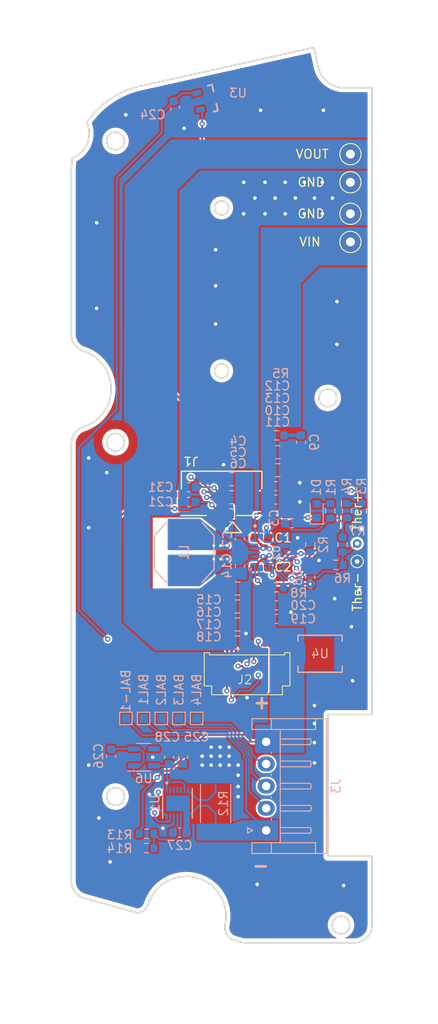
<source format=kicad_pcb>
(kicad_pcb (version 20221018) (generator pcbnew)
  (layers (0 "F.Cu" signal "Front") (1 "In1.Cu" signal) (2 "In2.Cu" signal) (31 "B.Cu" signal "Back") (34 "B.Paste" user) (35 "F.Paste" user) (36 "B.SilkS" user "B.Silkscreen") (37 "F.SilkS" user "F.Silkscreen") (38 "B.Mask" user) (39 "F.Mask" user) (44 "Edge.Cuts" user))
  (net 0 "")
  (net 1 "GND")
  (net 3 "/I2C_SCL")
  (net 4 "/I2C_SDA")
  (net 5 "/LZ")
  (net 6 "/L3")
  (net 7 "/3V3")
  (net 8 "/VR1_OUT")
  (net 9 "/VR2_OUT")
  (net 10 "/NC")
  (net 11 "Net-(U2-BTST1)")
  (net 12 "Net-(U2-BTST2)")
  (net 13 "/PMID")
  (net 14 "Net-(U2-SDRV)")
  (net 15 "Net-(C9-Pad1)")
  (net 16 "/VBUS")
  (net 17 "/SYS")
  (net 18 "VCC")
  (net 19 "/CELL1")
  (net 20 "/CELL2")
  (net 21 "/CELL3")
  (net 22 "/CELL4")
  (net 23 "/CELL_GND")
  (net 24 "Net-(D1-A)")
  (net 25 "/REGN")
  (net 26 "Net-(U2-PROG)")
  (net 27 "Net-(U2-ILIM_HIZ)")
  (net 28 "Net-(U2-TS)")
  (net 29 "Net-(U2-BATP)")
  (net 30 "/INT")
  (net 33 "/System_Power_Reset")
  (net 34 "Net-(D1-K)")
  (net 35 "/SW1")
  (net 36 "/SW2")
  (net 42 "Net-(U1-BATT)")
  (net 43 "Net-(U1-REG)")
  (net 44 "Net-(U1-CELLX)")
  (footprint "TestPoint:TestPoint_THTPad_D2.0mm_Drill1.0mm" (layer "F.Cu") (at 151.384 66.04 180)
    (fp_text reference "GND")
    (fp_text value "TestPoint" hide)
  )
  (footprint "Molex Easy On Connector:Molex 5052781033" (layer "F.Cu") (at 139.7 116.078)
    (fp_text reference "J2")
    (fp_text value "Molex 5052781033" hide)
  )
  (footprint "Capacitor_SMD:C_0603_1608Metric" (layer "F.Cu") (at 141.282296 105.932245)
    (fp_text reference "C2")
    (fp_text value "47nF")
  )
  (footprint "TestPoint:TestPoint_THTPad_D1.0mm_Drill0.5mm" (layer "F.Cu") (at 152.146 105.283)
    (fp_text reference "Th2" hide)
    (fp_text value "10K" hide)
  )
  (footprint "TestPoint:TestPoint_THTPad_D2.0mm_Drill1.0mm" (layer "F.Cu") (at 151.384 62.484 180)
    (fp_text reference "GND")
    (fp_text value "TestPoint" hide)
  )
  (footprint "TestPoint:TestPoint_THTPad_D2.0mm_Drill1.0mm" (layer "F.Cu") (at 151.384 69.215 180)
    (fp_text reference "VIN")
    (fp_text value "TestPoint" hide)
  )
  (footprint "TestPoint:TestPoint_THTPad_D1.0mm_Drill0.5mm" (layer "F.Cu") (at 152.146 103.251)
    (fp_text reference "Th1" hide)
    (fp_text value "10K" hide)
  )
  (footprint "footprints:CON_527450697_MOL" (layer "F.Cu") (at 136.82 97.595 180)
    (fp_text reference "J1")
    (fp_text value "527450697" hide)
  )
  (footprint "TestPoint:TestPoint_THTPad_D2.0mm_Drill1.0mm" (layer "F.Cu") (at 151.384 59.309 180)
    (fp_text reference "VOUT")
    (fp_text value "TestPoint" hide)
  )
  (footprint "Capacitor_SMD:C_0603_1608Metric" (layer "F.Cu") (at 141.282296 102.599185 180)
    (fp_text reference "C1")
    (fp_text value "47nF")
  )
  (footprint "Capacitor_SMD:C_0603_1608Metric" (layer "B.Cu") (at 143.002 111.76)
    (fp_text reference "C19")
    (fp_text value "10uF")
  )
  (footprint "Resistor_SMD:R_2512_6332Metric" (layer "B.Cu") (at 136.144 132.588 -90)
    (fp_text reference "R12")
    (fp_text value "0.01R")
  )
  (footprint "Capacitor_SMD:C_0805_2012Metric" (layer "B.Cu") (at 138.623 112.395)
    (fp_text reference "C17")
    (fp_text value "10uF")
  )
  (footprint "Capacitor_SMD:C_0603_1608Metric" (layer "B.Cu") (at 131.572 54.102 -77.5)
    (fp_text reference "C24")
    (fp_text value "0.1uF" hide)
  )
  (footprint "Package_TO_SOT_SMD:SOT-23-5" (layer "B.Cu") (at 128.016 127.381)
    (fp_text reference "U6")
    (fp_text value "NCP718xSN330")
  )
  (footprint "Capacitor_SMD:C_0805_2012Metric" (layer "B.Cu") (at 137.962 98.039 180)
    (fp_text reference "C5")
    (fp_text value "10uF")
  )
  (footprint "Capacitor_SMD:C_0603_1608Metric" (layer "B.Cu") (at 130.890497 127.375738 90)
    (fp_text reference "C28")
    (fp_text value ".1uF")
  )
  (footprint "Capacitor_SMD:C_0603_1608Metric" (layer "B.Cu") (at 142.964 98.298)
    (fp_text reference "C11")
    (fp_text value "0.1uF")
  )
  (footprint "TestPoint:TestPoint_Pad_1.0x1.0mm" (layer "B.Cu") (at 134 123 180)
    (fp_text reference "BAL4")
    (fp_text value "TestPoint")
  )
  (footprint "Resistor_SMD:R_0603_1608Metric" (layer "B.Cu") (at 128.333 136.017)
    (fp_text reference "R13")
    (fp_text value "100k")
  )
  (footprint "Resistor_SMD:R_0603_1608Metric" (layer "B.Cu") (at 150.495 103.378 90)
    (fp_text reference "R7")
    (fp_text value "5.24K")
  )
  (footprint "Capacitor_SMD:C_0603_1608Metric" (layer "B.Cu") (at 145.796 91.815 -90)
    (fp_text reference "C9")
    (fp_text value "2.2uF")
  )
  (footprint "Resistor_SMD:R_0603_1608Metric" (layer "B.Cu") (at 128.333 137.638 180)
    (fp_text reference "R14")
    (fp_text value "11.1k")
  )
  (footprint "TestPoint:TestPoint_Pad_1.0x1.0mm" (layer "B.Cu") (at 128 123 180)
    (fp_text reference "BAL1")
    (fp_text value "TestPoint")
  )
  (footprint "Capacitor_SMD:C_0603_1608Metric" (layer "B.Cu") (at 138.9 105.786 90)
    (fp_text reference "C14")
    (fp_text value "0.1uF")
  )
  (footprint "Capacitor_SMD:C_0603_1608Metric" (layer "B.Cu") (at 144.78 100.965)
    (fp_text reference "C3")
    (fp_text value "4.7uF")
  )
  (footprint "Capacitor_SMD:C_0805_2012Metric" (layer "B.Cu") (at 143.179911 94.979706)
    (fp_text reference "C13")
    (fp_text value "10uF")
  )
  (footprint "Capacitor_SMD:C_0603_1608Metric" (layer "B.Cu") (at 142.964 96.774)
    (fp_text reference "C10")
    (fp_text value "0.1uF")
  )
  (footprint "Resistor_SMD:R_0603_1608Metric" (layer "B.Cu") (at 151.003 99.563 -90)
    (fp_text reference "R4")
    (fp_text value "127k")
  )
  (footprint "Capacitor_SMD:C_0603_1608Metric" (layer "B.Cu") (at 132.08 135.89)
    (fp_text reference "C27")
    (fp_text value ".47uF")
  )
  (footprint "Parts:SMBJ24CA_LTF" (layer "B.Cu") (at 147.955 115.697 180)
    (fp_text reference "U4")
    (fp_text value "SMBJ24CA")
  )
  (footprint "LED_SMD:LED_0603_1608Metric" (layer "B.Cu") (at 147.574 99.568 90)
    (fp_text reference "D1")
    (fp_text value "LED")
  )
  (footprint "Analog Devices:21-0137_T1433+2C_MXM" (layer "B.Cu") (at 131.826 132.588 -90)
    (fp_text reference "U1")
    (fp_text value "MAX17261METD+")
  )
  (footprint "Capacitor_SMD:C_0805_2012Metric" (layer "B.Cu") (at 137.962 96.003439 180)
    (fp_text reference "C4")
    (fp_text value "10uF")
  )
  (footprint "Connector_JST:JST_EH_S5B-EH_1x05_P2.50mm_Horizontal" (layer "B.Cu") (at 141.859 135.636 90)
    (fp_text reference "J3")
    (fp_text value "S5B-EH")
  )
  (footprint "Capacitor_SMD:C_0603_1608Metric" (layer "B.Cu") (at 143.002 110.236)
    (fp_text reference "C20")
    (fp_text value "10uF")
  )
  (footprint "Capacitor_SMD:C_0805_2012Metric" (layer "B.Cu") (at 137.962 100.076411 180)
    (fp_text reference "C6")
    (fp_text value "10uF")
  )
  (footprint "Resistor_SMD:R_0603_1608Metric" (layer "B.Cu") (at 143.00001 108.198 180)
    (fp_text reference "R8")
    (fp_text value "100ohm")
  )
  (footprint "Capacitor_SMD:C_0603_1608Metric" (layer "B.Cu") (at 146.852 107.056 90)
    (fp_text reference "C8")
    (fp_text value "1nF")
  )
  (footprint "Capacitor_SMD:C_0805_2012Metric" (layer "B.Cu") (at 143.179911 92.947706)
    (fp_text reference "C12")
    (fp_text value "10uF")
  )
  (footprint "Capacitor_SMD:C_0603_1608Metric" (layer "B.Cu") (at 132.461 127.381 90)
    (fp_text reference "C25")
    (fp_text value "1uF")
  )
  (footprint "Capacitor_SMD:C_0603_1608Metric" (layer "B.Cu") (at 124.333 127.254 -90)
    (fp_text reference "C26")
    (fp_text value "1uF")
  )
  (footprint "Resistor_SMD:R_0603_1608Metric" (layer "B.Cu") (at 143.042 91.048)
    (fp_text reference "R5")
    (fp_text value "2ohm")
  )
  (footprint "TestPoint:TestPoint_Pad_1.0x1.0mm" (layer "B.Cu") (at 130 123 180)
    (fp_text reference "BAL2")
    (fp_text value "TestPoint")
  )
  (footprint "Library:QFN40P400X400X100-29N" (layer "B.Cu") (at 142.202 104.262 -90)
    (fp_text reference "U2")
    (fp_text value "BQ25792RQMR")
  )
  (footprint "Capacitor_SMD:C_0603_1608Metric" (layer "B.Cu") (at 138.905057 102.738 -90)
    (fp_text reference "C7")
    (fp_text value "0.1uF")
  )
  (footprint "Resistor_SMD:R_0603_1608Metric" (layer "B.Cu") (at 149.098 99.568 -90)
    (fp_text reference "R1")
    (fp_text value "2.2K")
  )
  (footprint "Capacitor_SMD:C_0603_1608Metric" (layer "B.Cu") (at 133.096 98.552 180)
    (fp_text reference "C21")
    (fp_text value "0.1uF")
  )
  (footprint "Resistor_SMD:R_0603_1608Metric" (layer "B.Cu") (at 149.733 105.664)
    (fp_text reference "R6")
    (fp_text value "30.31K")
  )
  (footprint "Resistor_SMD:R_0603_1608Metric" (layer "B.Cu") (at 152.654 99.560729 90)
    (fp_text reference "R3")
    (fp_text value "100k")
  )
  (footprint "TestPoint:TestPoint_Pad_1.0x1.0mm" (layer "B.Cu") (at 132 123 180)
    (fp_text reference "BAL3")
    (fp_text value "TestPoint")
  )
  (footprint "Capacitor_SMD:C_0603_1608Metric" (layer "B.Cu") (at 133.096 96.901 180)
    (fp_text reference "C31")
    (fp_text value "0.1uF")
  )
  (footprint "Parts:IND_SPM6530_TDK" (layer "B.Cu") (at 132.588 104.267 -90)
    (fp_text reference "L1")
    (fp_text value "1.0uH")
  )
  (footprint "Capacitor_SMD:C_0805_2012Metric" (layer "B.Cu") (at 138.623 114.427)
    (fp_text reference "C18")
    (fp_text value "10uF")
  )
  (footprint "TestPoint:TestPoint_Pad_1.0x1.0mm" (layer "B.Cu") (at 126 123 180)
    (fp_text reference "BAL-1")
    (fp_text value "TestPoint")
  )
  (footprint "Capacitor_SMD:C_0805_2012Metric" (layer "B.Cu") (at 138.623 110.363)
    (fp_text reference "C16")
    (fp_text value "10uF")
  )
  (footprint "Capacitor_SMD:C_0805_2012Metric" (layer "B.Cu") (at 138.623 108.331)
    (fp_text reference "C15")
    (fp_text value "10uF")
  )
  (footprint "Resistor_SMD:R_0603_1608Metric" (layer "B.Cu") (at 146.852 103.373 -90)
    (fp_text reference "R2")
    (fp_text value "17.4k")
  )
  (footprint "Parts:DBZ0003A_N" (layer "B.Cu") (at 135.382 53.086 12.5)
    (fp_text reference "U3")
    (fp_text value "DRV5053OAQDBZR" hide)
  )
  (gr_arc (start 121.28074 143.274396) (mid 120.226486 142.557081) (end 119.82 141.348468) (stroke (width 0.2)) (layer "Edge.Cuts"))
  (gr_arc (start 128.535512 143.944078) (mid 133.985469 140.973575) (end 137.218095 146.27224) (stroke (width 0.2)) (layer "Edge.Cuts"))
  (gr_arc (start 153.82 146.32) (mid 153.23423 147.734243) (end 151.82 148.32) (stroke (width 0.2)) (layer "Edge.Cuts"))
  (gr_arc (start 121.204615 81.538313) (mid 120.202787 80.812038) (end 119.82 79.635342) (stroke (width 0.2)) (layer "Edge.Cuts"))
  (gr_circle (center 148.82 86.82) (end 149.82 86.82) (stroke (width 0.2)) (fill none) (layer "Edge.Cuts"))
  (gr_circle (center 136.82 65.37) (end 137.62 65.37) (stroke (width 0.2)) (fill none) (layer "Edge.Cuts"))
  (gr_line (start 153.82 51.814293) (end 153.82 122.555) (stroke (width 0.2)) (layer "Edge.Cuts"))
  (gr_arc (start 119.82 92.004658) (mid 120.20278 90.827956) (end 121.204615 90.101687) (stroke (width 0.2)) (layer "Edge.Cuts"))
  (gr_circle (center 150.32 146.32) (end 151.32 146.32) (stroke (width 0.2)) (fill none) (layer "Edge.Cuts"))
  (gr_line (start 119.82 141.348468) (end 119.82 92.004658) (stroke (width 0.2)) (layer "Edge.Cuts"))
  (gr_line (start 147.250696 47.27638) (end 147.735594 49.463612) (stroke (width 0.2)) (layer "Edge.Cuts"))
  (gr_line (start 119.82 79.635342) (end 119.82 61.383467) (stroke (width 0.2)) (layer "Edge.Cuts"))
  (gr_line (start 148.844 122.555) (end 148.844 138.557) (stroke (width 0.2)) (layer "Edge.Cuts"))
  (gr_circle (center 124.82 131.82) (end 125.82 131.82) (stroke (width 0.2)) (fill none) (layer "Edge.Cuts"))
  (gr_arc (start 121.574207 55.726003) (mid 121.628549 58.090598) (end 119.952715 59.759677) (stroke (width 0.2)) (layer "Edge.Cuts"))
  (gr_line (start 147.250696 47.27638) (end 136.695853 49.616332) (stroke (width 0.2)) (layer "Edge.Cuts"))
  (gr_arc (start 150.664482 51.814293) (mid 148.78671 51.153944) (end 147.735594 49.463612) (stroke (width 0.2)) (layer "Edge.Cuts"))
  (gr_arc (start 138.279682 148.034099) (mid 137.399309 147.363798) (end 137.218095 146.27224) (stroke (width 0.2)) (layer "Edge.Cuts"))
  (gr_line (start 151.82 148.32) (end 139.575472 148.32) (stroke (width 0.2)) (layer "Edge.Cuts"))
  (gr_line (start 121.28074 143.274396) (end 127.331468 144.9686) (stroke (width 0.2)) (layer "Edge.Cuts"))
  (gr_arc (start 119.82 61.383467) (mid 119.853237 60.568865) (end 119.952715 59.759677) (stroke (width 0.2)) (layer "Edge.Cuts"))
  (gr_line (start 150.664482 51.814293) (end 153.82 51.814293) (stroke (width 0.2)) (layer "Edge.Cuts"))
  (gr_circle (center 136.82 83.77) (end 137.62 83.77) (stroke (width 0.2)) (fill none) (layer "Edge.Cuts"))
  (gr_arc (start 121.574207 55.726003) (mid 124.224751 53.095325) (end 127.655604 51.620507) (stroke (width 0.2)) (layer "Edge.Cuts"))
  (gr_line (start 138.279682 148.034099) (end 139.036212 148.245928) (stroke (width 0.2)) (layer "Edge.Cuts"))
  (gr_line (start 153.82 122.555) (end 148.844 122.555) (stroke (width 0.2)) (layer "Edge.Cuts"))
  (gr_circle (center 124.82 91.82) (end 125.82 91.82) (stroke (width 0.2)) (fill none) (layer "Edge.Cuts"))
  (gr_arc (start 139.575472 148.32) (mid 139.30331 148.301395) (end 139.036212 148.245928) (stroke (width 0.2)) (layer "Edge.Cuts"))
  (gr_line (start 148.844 138.557) (end 153.82 138.557) (stroke (width 0.2)) (layer "Edge.Cuts"))
  (gr_line (start 153.82 138.557) (end 153.82 146.32) (stroke (width 0.2)) (layer "Edge.Cuts"))
  (gr_arc (start 121.204615 81.538313) (mid 124.319996 85.819997) (end 121.204615 90.101687) (stroke (width 0.2)) (layer "Edge.Cuts"))
  (gr_line (start 136.695853 49.616332) (end 127.655604 51.620507) (stroke (width 0.2)) (layer "Edge.Cuts"))
  (gr_arc (start 128.535512 143.944078) (mid 128.079426 144.627857) (end 127.331468 144.9686) (stroke (width 0.2)) (layer "Edge.Cuts"))
  (gr_circle (center 124.82 57.82) (end 125.82 57.82) (stroke (width 0.2)) (fill none) (layer "Edge.Cuts"))
  (gr_text "+" (at 142.494 122.047) (layer "B.SilkS") (effects (font (size 1.5 1.5) (thickness 0.3) bold) (justify left bottom mirror)))
  (gr_text "-" (at 142.367 140.462) (layer "B.SilkS") (effects (font (size 1.5 1.5) (thickness 0.3) bold) (justify left bottom mirror)))
  (via (at 137.668 126.238) (size 0.8) (drill 0.4) (layers "F.Cu" "B.Cu") (net 1))
  (via (at 141.732 62.484) (size 0.8) (drill 0.4) (layers "F.Cu" "B.Cu") (net 1))
  (via (at 123.825 95.25) (size 0.8) (drill 0.4) (layers "F.Cu" "B.Cu") (net 1))
  (via (at 149.606 109.474) (size 0.8) (drill 0.4) (layers "F.Cu" "B.Cu") (net 1))
  (via (at 145.415 102.616) (size 0.8) (drill 0.4) (layers "F.Cu" "B.Cu") (net 1))
  (via (at 136.144 74.168) (size 0.8) (drill 0.4) (layers "F.Cu" "B.Cu") (net 1))
  (via (at 152.654 101.6) (size 0.8) (drill 0.4) (layers "F.Cu" "B.Cu") (net 1))
  (via (at 130.175 135.382) (size 0.8) (drill 0.4) (layers "F.Cu" "B.Cu") (net 1))
  (via (at 121.793 128.27) (size 0.8) (drill 0.4) (layers "F.Cu" "B.Cu") (net 1))
  (via (at 125.984 54.864) (size 0.8) (drill 0.4) (layers "F.Cu" "B.Cu") (net 1))
  (via (at 146.177 66.04) (size 0.8) (drill 0.4) (layers "F.Cu" "B.Cu") (net 1))
  (via (at 148.336 54.356) (size 0.8) (drill 0.4) (layers "F.Cu" "B.Cu") (net 1))
  (via (at 121.793 101.473) (size 0.8) (drill 0.4) (layers "F.Cu" "B.Cu") (net 1))
  (via (at 135.636 126.238) (size 0.8) (drill 0.4) (layers "F.Cu" "B.Cu") (net 1))
  (via (at 147.828 105.156) (size 0.8) (drill 0.4) (layers "F.Cu" "B.Cu") (net 1))
  (via (at 145.669 98.552) (size 0.8) (drill 0.4) (layers "F.Cu" "B.Cu") (net 1))
  (via (at 147.32 121.539) (size 0.8) (drill 0.4) (layers "F.Cu" "B.Cu") (net 1))
  (via (at 138.684 129.413) (size 0.8) (drill 0.4) (layers "F.Cu" "B.Cu") (net 1))
  (via (at 149.86 80.772) (size 0.8) (drill 0.4) (layers "F.Cu" "B.Cu") (net 1))
  (via (at 136.144 78.486) (size 0.8) (drill 0.4) (layers "F.Cu" "B.Cu") (net 1))
  (via (at 145.161 64.262) (size 0.8) (drill 0.4) (layers "F.Cu" "B.Cu") (net 1))
  (via (at 138.684 128.27) (size 0.8) (drill 0.4) (layers "F.Cu" "B.Cu") (net 1))
  (via (at 140.843 141.732) (size 0.8) (drill 0.4) (layers "F.Cu" "B.Cu") (net 1))
  (via (at 135.636 128.27) (size 0.8) (drill 0.4) (layers "F.Cu" "B.Cu") (net 1))
  (via (at 151.511 112.649) (size 0.8) (drill 0.4) (layers "F.Cu" "B.Cu") (net 1))
  (via (at 147.32 125.73) (size 0.8) (drill 0.4) (layers "F.Cu" "B.Cu") (net 1))
  (via (at 128.651 131.572) (size 0.8) (drill 0.4) (layers "F.Cu" "B.Cu") (net 1))
  (via (at 148.209 66.04) (size 0.8) (drill 0.4) (layers "F.Cu" "B.Cu") (net 1))
  (via (at 136.144 70.104) (size 0.8) (drill 0.4) (layers "F.Cu" "B.Cu") (net 1))
  (via (at 136.652 128.27) (size 0.8) (drill 0.4) (layers "F.Cu" "B.Cu") (net 1))
  (via (at 129.032 127.381) (size 0.8) (drill 0.4) (layers "F.Cu" "B.Cu") (net 1))
  (via (at 139.573 113.411) (size 0.8) (drill 0.4) (layers "F.Cu" "B.Cu") (net 1))
  (via (at 122.682 76.708) (size 0.8) (drill 0.4) (layers "F.Cu" "B.Cu") (net 1))
  (via (at 150.622 141.859) (size 0.8) (drill 0.4) (layers "F.Cu" "B.Cu") (net 1))
  (via (at 122.682 67.056) (size 0.8) (drill 0.4) (layers "F.Cu" "B.Cu") (net 1))
  (via (at 147.32 128.016) (size 0.8) (drill 0.4) (layers "F.Cu" "B.Cu") (net 1))
  (via (at 124.206 139.192) (size 0.8) (drill 0.4) (layers "F.Cu" "B.Cu") (net 1))
  (via (at 146.177 62.484) (size 0.8) (drill 0.4) (layers "F.Cu" "B.Cu") (net 1))
  (via (at 136.652 127.254) (size 0.8) (drill 0.4) (layers "F.Cu" "B.Cu") (net 1))
  (via (at 141.732 66.04) (size 0.8) (drill 0.4) (layers "F.Cu" "B.Cu") (net 1))
  (via (at 122.936 134.239) (size 0.8) (drill 0.4) (layers "F.Cu" "B.Cu") (net 1))
  (via (at 144.018 62.484) (size 0.8) (drill 0.4) (layers "F.Cu" "B.Cu") (net 1))
  (via (at 135.636 127.254) (size 0.8) (drill 0.4) (layers "F.Cu" "B.Cu") (net 1))
  (via (at 137.668 128.27) (size 0.8) (drill 0.4) (layers "F.Cu" "B.Cu") (net 1))
  (via (at 144.018 66.04) (size 0.8) (drill 0.4) (layers "F.Cu" "B.Cu") (net 1))
  (via (at 147.32 123.571) (size 0.8) (drill 0.4) (layers "F.Cu" "B.Cu") (net 1))
  (via (at 136.652 126.238) (size 0.8) (drill 0.4) (layers "F.Cu" "B.Cu") (net 1))
  (via (at 134.62 128.27) (size 0.8) (drill 0.4) (layers "F.Cu" "B.Cu") (net 1))
  (via (at 147.32 64.262) (size 0.8) (drill 0.4) (layers "F.Cu" "B.Cu") (net 1))
  (via (at 139.319 66.04) (size 0.8) (drill 0.4) (layers "F.Cu" "B.Cu") (net 1))
  (via (at 148.209 62.484) (size 0.8) (drill 0.4) (layers "F.Cu" "B.Cu") (net 1))
  (via (at 142.875 64.262) (size 0.8) (drill 0.4) (layers "F.Cu" "B.Cu") (net 1))
  (via (at 145.669 96.393) (size 0.8) (drill 0.4) (layers "F.Cu" "B.Cu") (net 1))
  (via (at 141.224 54.356) (size 0.8) (drill 0.4) (layers "F.Cu" "B.Cu") (net 1))
  (via (at 144.653 110.998) (size 0.8) (drill 0.4) (layers "F.Cu" "B.Cu") (net 1))
  (via (at 139.7 120.65) (size 0.8) (drill 0.4) (layers "F.Cu" "B.Cu") (net 1))
  (via (at 137.033 94.361) (size 0.8) (drill 0.4) (layers "F.Cu" "B.Cu") (net 1))
  (via (at 137.668 127.254) (size 0.8) (drill 0.4) (layers "F.Cu" "B.Cu") (net 1))
  (via (at 121.793 93.599) (size 0.8) (drill 0.4) (layers "F.Cu" "B.Cu") (net 1))
  (via (at 137.414 101.6) (size 0.8) (drill 0.4) (layers "F.Cu" "B.Cu") (net 1))
  (via (at 140.589 64.262) (size 0.8) (drill 0.4) (layers "F.Cu" "B.Cu") (net 1))
  (via (at 134.62 127.254) (size 0.8) (drill 0.4) (layers "F.Cu" "B.Cu") (net 1))
  (via (at 139.319 62.484) (size 0.8) (drill 0.4) (layers "F.Cu" "B.Cu") (net 1))
  (via (at 138.684 130.683) (size 0.8) (drill 0.4) (layers "F.Cu" "B.Cu") (net 1))
  (via (at 149.86 75.946) (size 0.8) (drill 0.4) (layers "F.Cu" "B.Cu") (net 1))
  (via (at 151.638 118.745) (size 0.8) (drill 0.4) (layers "F.Cu" "B.Cu") (net 1))
  (via (at 132.588 56.388) (size 0.8) (drill 0.4) (layers "F.Cu" "B.Cu") (net 1))
  (via (at 152.4 108.458) (size 0.8) (drill 0.4) (layers "F.Cu" "B.Cu") (net 1))
  (via (at 149.352 64.262) (size 0.8) (drill 0.4) (layers "F.Cu" "B.Cu") (net 1))
  (via (at 138.684 131.826) (size 0.8) (drill 0.4) (layers "F.Cu" "B.Cu") (net 1))
  (segment (start 135.255 132.207) (end 136.144 131.318) (width 0.2) (layer "B.Cu") (net 1))
  (segment (start 131.110843 135.081157) (end 130.666343 135.081157) (width 0.2) (layer "B.Cu") (net 1))
  (segment (start 134.1436 132.207) (end 135.255 132.207) (width 0.2) (layer "B.Cu") (net 1))
  (segment (start 131.426001 134.765999) (end 131.110843 135.081157) (width 0.2) (layer "B.Cu") (net 1))
  (segment (start 130.666343 135.081157) (end 130.3655 135.382) (width 0.2) (layer "B.Cu") (net 1))
  (segment (start 145.788 93.086) (end 145.796 93.078) (width 0.4) (layer "B.Cu") (net 1))
  (segment (start 136.144 131.318) (end 136.144 129.6255) (width 0.2) (layer "B.Cu") (net 1))
  (segment (start 130.3655 135.382) (end 130.175 135.382) (width 0.2) (layer "B.Cu") (net 1))
  (segment (start 131.426001 134.0866) (end 131.426001 134.765999) (width 0.2) (layer "B.Cu") (net 1))
  (segment (start 133.026 131.0894) (end 134.1436 132.207) (width 0.2) (layer "B.Cu") (net 1))
  (segment (start 137.414 119.888) (end 137.414 117.177736) (width 0.2) (layer "F.Cu") (net 3))
  (segment (start 137.95 116.641736) (end 137.95 115.578) (width 0.2) (layer "F.Cu") (net 3))
  (segment (start 137.414 117.177736) (end 137.95 116.641736) (width 0.2) (layer "F.Cu") (net 3))
  (via (at 129.667 131.318) (size 0.6) (drill 0.3) (layers "F.Cu" "B.Cu") (net 3))
  (via (at 137.414 119.888) (size 0.6) (drill 0.3) (layers "F.Cu" "B.Cu") (net 3))
  (via (at 145.369848 105.328152) (size 0.6) (drill 0.3) (layers "F.Cu" "B.Cu") (net 3))
  (segment (start 145.369848 105.328152) (end 144.943696 104.902) (width 0.2) (layer "B.Cu") (net 3))
  (segment (start 129.667 133.1276) (end 130.626 134.0866) (width 0.2) (layer "B.Cu") (net 3))
  (segment (start 129.667 131.318) (end 129.667 133.1276) (width 0.2) (layer "B.Cu") (net 3))
  (segment (start 144.943696 104.902) (end 144.142 104.902) (width 0.2) (layer "B.Cu") (net 3))
  (segment (start 144.142 104.902) (end 144.102 104.862) (width 0.2) (layer "B.Cu") (net 3))
  (segment (start 138.45 116.566) (end 138.45 115.578) (width 0.2) (layer "F.Cu") (net 4))
  (segment (start 137.9135 117.1025) (end 138.45 116.566) (width 0.2) (layer "F.Cu") (net 4))
  (segment (start 137.9135 120.904) (end 137.9135 117.1025) (width 0.2) (layer "F.Cu") (net 4))
  (via (at 137.9135 120.904) (size 0.6) (drill 0.3) (layers "F.Cu" "B.Cu") (net 4))
  (via (at 129.251391 133.627073) (size 0.6) (drill 0.3) (layers "F.Cu" "B.Cu") (net 4))
  (via (at 145.288 106.0535) (size 0.6) (drill 0.3) (layers "F.Cu" "B.Cu") (net 4))
  (via (at 140.97 118.11) (size 0.6) (drill 0.3) (layers "F.Cu" "B.Cu") (net 4))
  (segment (start 140.97 118.872) (end 139.954 119.888) (width 0.2) (layer "B.Cu") (net 4))
  (segment (start 130.9276 134.6422) (end 131.025999 134.543801) (width 0.2) (layer "B.Cu") (net 4))
  (segment (start 139.954 119.888) (end 138.9295 119.888) (width 0.2) (layer "B.Cu") (net 4))
  (segment (start 144.102 105.262) (end 144.4965 105.262) (width 0.2) (layer "B.Cu") (net 4))
  (segment (start 138.9295 119.888) (end 137.9135 120.904) (width 0.2) (layer "B.Cu") (net 4))
  (segment (start 144.4965 105.262) (end 145.288 106.0535) (width 0.2) (layer "B.Cu") (net 4))
  (segment (start 140.97 118.11) (end 140.97 118.872) (width 0.2) (layer "B.Cu") (net 4))
  (segment (start 129.6892 134.6422) (end 130.9276 134.6422) (width 0.2) (layer "B.Cu") (net 4))
  (segment (start 129.251391 133.627073) (end 129.251391 134.204391) (width 0.2) (layer "B.Cu") (net 4))
  (segment (start 129.251391 134.204391) (end 129.6892 134.6422) (width 0.2) (layer "B.Cu") (net 4))
  (segment (start 131.025999 134.543801) (end 131.025999 134.0866) (width 0.2) (layer "B.Cu") (net 4))
  (segment (start 139.95 115.578) (end 139.95 116.59) (width 0.2) (layer "F.Cu") (net 5))
  (segment (start 139.95 116.59) (end 139.7 116.84) (width 0.2) (layer "F.Cu") (net 5))
  (via (at 139.7 116.84) (size 0.6) (drill 0.3) (layers "F.Cu" "B.Cu") (net 5))
  (via (at 123.952 114.046) (size 0.6) (drill 0.3) (layers "F.Cu" "B.Cu") (net 5))
  (segment (start 132.331382 52.418248) (end 134.004828 52.418248) (width 0.2) (layer "B.Cu") (net 5))
  (segment (start 130.048 56.896) (end 124.968 61.976) (width 0.2) (layer "B.Cu") (net 5))
  (segment (start 124.968 61.976) (end 124.968 88.138) (width 0.2) (layer "B.Cu") (net 5))
  (segment (start 120.65 92.456) (end 120.65 110.744) (width 0.2) (layer "B.Cu") (net 5))
  (segment (start 130.048 54.70163) (end 131.404259 53.345371) (width 0.2) (layer "B.Cu") (net 5))
  (segment (start 124.968 88.138) (end 120.65 92.456) (width 0.2) (layer "B.Cu") (net 5))
  (segment (start 130.048 56.896) (end 130.048 54.70163) (width 0.2) (layer "B.Cu") (net 5))
  (segment (start 131.404259 53.345371) (end 132.331382 52.418248) (width 0.2) (layer "B.Cu") (net 5))
  (segment (start 120.65 110.744) (end 123.952 114.046) (width 0.2) (layer "B.Cu") (net 5))
  (segment (start 136.569998 99.032891) (end 136.569998 99.995) (width 0.2) (layer "F.Cu") (net 6))
  (segment (start 140.97 115.558) (end 140.95 115.578) (width 0.2) (layer "F.Cu") (net 6))
  (segment (start 135.581107 98.044) (end 136.569998 99.032891) (width 0.2) (layer "F.Cu") (net 6))
  (segment (start 135.128 98.044) (end 135.581107 98.044) (width 0.2) (layer "F.Cu") (net 6))
  (segment (start 140.97 114.3) (end 140.97 115.558) (width 0.2) (layer "F.Cu") (net 6))
  (segment (start 140.97 115.598) (end 140.95 115.578) (width 0.2) (layer "F.Cu") (net 6))
  (via (at 140.97 114.3) (size 0.6) (drill 0.3) (layers "F.Cu" "B.Cu") (net 6))
  (via (at 135.128 98.044) (size 0.6) (drill 0.3) (layers "F.Cu" "B.Cu") (net 6))
  (segment (start 135.703031 97.418346) (end 134.815173 97.418346) (width 0.2) (layer "F.Cu") (net 7))
  (segment (start 134.62 89.408) (end 128.905 83.693) (width 0.2) (layer "F.Cu") (net 7))
  (segment (start 140.400454 117.34) (end 141.45 116.290454) (width 0.2) (layer "F.Cu") (net 7))
  (segment (start 134.62 58.674) (end 134.62 55.88) (width 0.2) (layer "F.Cu") (net 7))
  (segment (start 139.417159 117.34) (end 140.400454 117.34) (width 0.2) (layer "F.Cu") (net 7))
  (segment (start 138.684 117.094) (end 138.691205 117.086795) (width 0.2) (layer "F.Cu") (net 7))
  (segment (start 141.45 116.290454) (end 141.45 115.578) (width 0.2) (layer "F.Cu") (net 7))
  (segment (start 134.62 96.335315) (end 134.62 89.408) (width 0.2) (layer "F.Cu") (net 7))
  (segment (start 137.569998 99.285313) (end 135.703031 97.418346) (width 0.2) (layer "F.Cu") (net 7))
  (segment (start 139.163954 117.086795) (end 139.417159 117.34) (width 0.2) (layer "F.Cu") (net 7))
  (segment (start 133.985 59.309) (end 134.62 58.674) (width 0.2) (layer "F.Cu") (net 7))
  (segment (start 138.691205 117.086795) (end 139.163954 117.086795) (width 0.2) (layer "F.Cu") (net 7))
  (segment (start 135.703031 97.418346) (end 134.62 96.335315) (width 0.2) (layer "F.Cu") (net 7))
  (segment (start 128.905 83.693) (end 128.905 64.389) (width 0.2) (layer "F.Cu") (net 7))
  (segment (start 128.905 64.389) (end 133.985 59.309) (width 0.2) (layer "F.Cu") (net 7))
  (segment (start 137.569998 99.995) (end 137.569998 99.285313) (width 0.2) (layer "F.Cu") (net 7))
  (via (at 134.62 55.88) (size 0.6) (drill 0.3) (layers "F.Cu" "B.Cu") (net 7))
  (via (at 134.815173 97.418346) (size 0.6) (drill 0.3) (layers "F.Cu" "B.Cu") (net 7))
  (via (at 138.684 117.094) (size 0.6) (drill 0.3) (layers "F.Cu" "B.Cu") (net 7))
  (segment (start 134.62 55.88) (end 134.62 54.477147) (width 0.2) (layer "B.Cu") (net 7))
  (segment (start 134.62 54.477147) (end 134.416063 54.27321) (width 0.2) (layer "B.Cu") (net 7))
  (segment (start 140.455027 115.583027) (end 140.45 115.578) (width 0.2) (layer "F.Cu") (net 8))
  (segment (start 140.455027 116.579027) (end 140.455027 115.583027) (width 0.2) (layer "F.Cu") (net 8))
  (segment (start 138.069997 99.078912) (end 135.954543 96.963458) (width 0.2) (layer "F.Cu") (net 8))
  (segment (start 138.069997 99.995) (end 138.069997 99.078912) (width 0.2) (layer "F.Cu") (net 8))
  (via (at 133.35 95.758) (size 0.6) (drill 0.3) (layers "F.Cu" "B.Cu") (net 8))
  (via (at 135.954543 96.963458) (size 0.6) (drill 0.3) (layers "F.Cu" "B.Cu") (net 8))
  (via (at 140.455027 116.579027) (size 0.6) (drill 0.3) (layers "F.Cu" "B.Cu") (net 8))
  (segment (start 135.892085 96.901) (end 133.871 96.901) (width 0.2) (layer "B.Cu") (net 8))
  (segment (start 135.954543 96.963458) (end 135.892085 96.901) (width 0.2) (layer "B.Cu") (net 8))
  (segment (start 133.35 95.758) (end 133.477 95.758) (width 0.2) (layer "B.Cu") (net 8))
  (segment (start 133.871 96.152) (end 133.871 96.901) (width 0.2) (layer "B.Cu") (net 8))
  (segment (start 133.477 95.758) (end 133.871 96.152) (width 0.2) (layer "B.Cu") (net 8))
  (segment (start 141.986 115.614) (end 141.95 115.578) (width 0.2) (layer "F.Cu") (net 9))
  (segment (start 141.986 119.888) (end 141.986 115.614) (width 0.2) (layer "F.Cu") (net 9))
  (segment (start 135.722141 98.892141) (end 136.069996 99.239996) (width 0.2) (layer "F.Cu") (net 9))
  (segment (start 140.462 121.412) (end 141.986 119.888) (width 0.2) (layer "F.Cu") (net 9))
  (segment (start 124.714 119.634) (end 126.492 121.412) (width 0.2) (layer "F.Cu") (net 9))
  (segment (start 131.5205 99.314) (end 126.238 99.314) (width 0.2) (layer "F.Cu") (net 9))
  (segment (start 136.069996 99.239996) (end 136.069996 99.995) (width 0.2) (layer "F.Cu") (net 9))
  (segment (start 126.492 121.412) (end 140.462 121.412) (width 0.2) (layer "F.Cu") (net 9))
  (segment (start 124.714 100.838) (end 124.714 119.634) (width 0.2) (layer "F.Cu") (net 9))
  (segment (start 126.238 99.314) (end 124.714 100.838) (width 0.2) (layer "F.Cu") (net 9))
  (via (at 131.5205 99.314) (size 0.6) (drill 0.3) (layers "F.Cu" "B.Cu") (net 9))
  (via (at 135.722141 98.892141) (size 0.6) (drill 0.3) (layers "F.Cu" "B.Cu") (net 9))
  (segment (start 133.871 98.552) (end 135.382 98.552) (width 0.2) (layer "B.Cu") (net 9))
  (segment (start 135.382 98.552) (end 135.722141 98.892141) (width 0.2) (layer "B.Cu") (net 9))
  (segment (start 133.109 99.314) (end 131.5205 99.314) (width 0.2) (layer "B.Cu") (net 9))
  (segment (start 133.871 98.552) (end 133.109 99.314) (width 0.2) (layer "B.Cu") (net 9))
  (segment (start 141.899 102.440889) (end 142.057296 102.599185) (width 0.3) (layer "F.Cu") (net 11))
  (segment (start 141.899 101.468) (end 141.899 102.440889) (width 0.3) (layer "F.Cu") (net 11))
  (via (at 141.899 101.468) (size 0.6) (drill 0.3) (layers "F.Cu" "B.Cu") (net 11))
  (segment (start 141.899 101.468) (end 141.802 101.565) (width 0.3) (layer "B.Cu") (net 11))
  (segment (start 141.802 101.565) (end 141.802 102.362) (width 0.3) (layer "B.Cu") (net 11))
  (segment (start 142.540247 106.811035) (end 142.540247 106.415196) (width 0.3) (layer "F.Cu") (net 12))
  (segment (start 142.540247 106.415196) (end 142.057296 105.932245) (width 0.3) (layer "F.Cu") (net 12))
  (via (at 142.540247 106.811035) (size 0.6) (drill 0.3) (layers "F.Cu" "B.Cu") (net 12))
  (segment (start 142.602 106.749282) (end 142.540247 106.811035) (width 0.3) (layer "B.Cu") (net 12))
  (segment (start 142.602 106.1245) (end 142.602 106.749282) (width 0.3) (layer "B.Cu") (net 12))
  (segment (start 140.477 103.362) (end 140.054902 103.362) (width 0.2) (layer "B.Cu") (net 13))
  (segment (start 139.924903 103.233001) (end 138.905057 102.213155) (width 0.2) (layer "B.Cu") (net 13))
  (segment (start 138.905057 102.213155) (end 138.905057 101.963) (width 0.2) (layer "B.Cu") (net 13))
  (segment (start 139.925903 103.233001) (end 139.924903 103.233001) (width 0.2) (layer "B.Cu") (net 13))
  (segment (start 140.054902 103.362) (end 139.925903 103.233001) (width 0.2) (layer "B.Cu") (net 13))
  (segment (start 140.883 107.437) (end 141.264 107.818) (width 0.2) (layer "F.Cu") (net 14))
  (segment (start 141.264 107.818) (end 146.839 107.818) (width 0.2) (layer "F.Cu") (net 14))
  (segment (start 146.839 107.818) (end 146.852 107.831) (width 0.2) (layer "F.Cu") (net 14))
  (via (at 146.852 107.831) (size 0.6) (drill 0.3) (layers "F.Cu" "B.Cu") (net 14))
  (via (at 140.883 107.437) (size 0.6) (drill 0.3) (layers "F.Cu" "B.Cu") (net 14))
  (segment (start 140.602 107.156) (end 140.883 107.437) (width 0.2) (layer "B.Cu") (net 14))
  (segment (start 140.602 106.1245) (end 140.602 107.156) (width 0.2) (layer "B.Cu") (net 14))
  (segment (start 143.867 91.048) (end 145.788 91.048) (width 0.4) (layer "B.Cu") (net 15))
  (segment (start 141.402 102.362) (end 141.402 102.794) (width 0.2) (layer "B.Cu") (net 16))
  (segment (start 142.998 103.124) (end 143.252 102.87) (width 0.2) (layer "B.Cu") (net 16))
  (segment (start 141.732 103.124) (end 142.998 103.124) (width 0.2) (layer "B.Cu") (net 16))
  (segment (start 151.384 69.215) (end 151.13 68.961) (width 0.2) (layer "B.Cu") (net 16))
  (segment (start 143.26 102.862) (end 144.052 102.862) (width 0.2) (layer "B.Cu") (net 16))
  (segment (start 141.402 102.794) (end 141.732 103.124) (width 0.2) (layer "B.Cu") (net 16))
  (segment (start 140.502 105.162) (end 140.053902 105.162) (width 0.2) (layer "B.Cu") (net 17))
  (segment (start 140.053902 105.162) (end 138.9 106.315902) (width 0.2) (layer "B.Cu") (net 17))
  (segment (start 138.9 106.315902) (end 138.9 106.561) (width 0.2) (layer "B.Cu") (net 17))
  (segment (start 139.908 127.545736) (end 139.908 131.185) (width 0.2) (layer "B.Cu") (net 19))
  (segment (start 128 123) (end 129.6 124.6) (width 0.2) (layer "B.Cu") (net 19))
  (segment (start 137.467472 124.6) (end 139.608 126.740528) (width 0.2) (layer "B.Cu") (net 19))
  (segment (start 129.6 124.6) (end 137.467472 124.6) (width 0.2) (layer "B.Cu") (net 19))
  (segment (start 139.608 127.245736) (end 139.908 127.545736) (width 0.2) (layer "B.Cu") (net 19))
  (segment (start 139.608 126.740528) (end 139.608 127.245736) (width 0.2) (layer "B.Cu") (net 19))
  (segment (start 139.908 131.185) (end 141.859 133.136) (width 0.2) (layer "B.Cu") (net 19))
  (segment (start 141.734 130.636) (end 141.859 130.636) (width 0.2) (layer "B.Cu") (net 20))
  (segment (start 140.208 127.421472) (end 140.208 129.11) (width 0.2) (layer "B.Cu") (net 20))
  (segment (start 137.591736 124.3) (end 139.908 126.616264) (width 0.2) (layer "B.Cu") (net 20))
  (segment (start 131.3 124.3) (end 137.591736 124.3) (width 0.2) (layer "B.Cu") (net 20))
  (segment (start 139.908 127.121472) (end 140.208 127.421472) (width 0.2) (layer "B.Cu") (net 20))
  (segment (start 139.908 126.616264) (end 139.908 127.121472) (width 0.2) (layer "B.Cu") (net 20))
  (segment (start 140.208 129.11) (end 141.734 130.636) (width 0.2) (layer "B.Cu") (net 20))
  (segment (start 130 123) (end 131.3 124.3) (width 0.2) (layer "B.Cu") (net 20))
  (segment (start 140.208 126.997208) (end 140.508 127.297208) (width 0.2) (layer "B.Cu") (net 21))
  (segment (start 133 124) (end 137.716 124) (width 0.2) (layer "B.Cu") (net 21))
  (segment (start 140.508 127.3) (end 141.344 128.136) (width 0.2) (layer "B.Cu") (net 21))
  (segment (start 132 123) (end 133 124) (width 0.2) (layer "B.Cu") (net 21))
  (segment (start 140.508 127.297208) (end 140.508 127.3) (width 0.2) (layer "B.Cu") (net 21))
  (segment (start 140.208 126.492) (end 140.208 126.997208) (width 0.2) (layer "B.Cu") (net 21))
  (segment (start 141.344 128.136) (end 141.859 128.136) (width 0.2) (layer "B.Cu") (net 21))
  (segment (start 137.716 124) (end 140.208 126.492) (width 0.2) (layer "B.Cu") (net 21))
  (segment (start 140.241 125.636) (end 141.859 125.636) (width 0.2) (layer "F.Cu") (net 22))
  (segment (start 130.302 128.905) (end 130.937 128.905) (width 0.2) (layer "F.Cu") (net 22))
  (segment (start 130.937 128.905) (end 135.001 124.841) (width 0.2) (layer "F.Cu") (net 22))
  (segment (start 139.446 124.841) (end 140.241 125.636) (width 0.2) (layer "F.Cu") (net 22))
  (segment (start 129.54 129.667) (end 130.302 128.905) (width 0.2) (layer "F.Cu") (net 22))
  (segment (start 135.001 124.841) (end 139.446 124.841) (width 0.2) (layer "F.Cu") (net 22))
  (via (at 129.54 129.667) (size 0.6) (drill 0.3) (layers "F.Cu" "B.Cu") (net 22))
  (segment (start 127.889 135.255) (end 127.508 135.636) (width 0.2) (layer "B.Cu") (net 22))
  (segment (start 129.54 129.667) (end 127.889 131.318) (width 0.2) (layer "B.Cu") (net 22))
  (segment (start 127.508 135.636) (end 127.508 136.017) (width 0.2) (layer "B.Cu") (net 22))
  (segment (start 129.54 129.667) (end 129.032 130.175) (width 0.2) (layer "B.Cu") (net 22))
  (segment (start 134.7 123.7) (end 137.847264 123.7) (width 0.2) (layer "B.Cu") (net 22))
  (segment (start 126.8785 129.2915) (end 126.8785 128.331) (width 0.2) (layer "B.Cu") (net 22))
  (segment (start 137.847264 123.7) (end 139.783264 125.636) (width 0.2) (layer "B.Cu") (net 22))
  (segment (start 127.574 128.331) (end 126.8785 128.331) (width 0.2) (layer "B.Cu") (net 22))
  (segment (start 128.016 126.873) (end 128.016 127.889) (width 0.2) (layer "B.Cu") (net 22))
  (segment (start 129.032 130.175) (end 127.762 130.175) (width 0.2) (layer "B.Cu") (net 22))
  (segment (start 128.016 127.889) (end 127.574 128.331) (width 0.2) (layer "B.Cu") (net 22))
  (segment (start 127.574 126.431) (end 128.016 126.873) (width 0.2) (layer "B.Cu") (net 22))
  (segment (start 126.8785 126.431) (end 124.381 126.431) (width 0.2) (layer "B.Cu") (net 22))
  (segment (start 127.889 131.318) (end 127.889 135.255) (width 0.2) (layer "B.Cu") (net 22))
  (segment (start 139.783264 125.636) (end 141.859 125.636) (width 0.2) (layer "B.Cu") (net 22))
  (segment (start 134 123) (end 134.7 123.7) (width 0.2) (layer "B.Cu") (net 22))
  (segment (start 124.381 126.431) (end 124.333 126.479) (width 0.2) (layer "B.Cu") (net 22))
  (segment (start 126.8785 126.431) (end 127.574 126.431) (width 0.2) (layer "B.Cu") (net 22))
  (segment (start 127.762 130.175) (end 126.8785 129.2915) (width 0.2) (layer "B.Cu") (net 22))
  (segment (start 126 123) (end 127.9 124.9) (width 0.2) (layer "B.Cu") (net 23))
  (segment (start 139.608 133.385) (end 141.859 135.636) (width 0.2) (layer "B.Cu") (net 23))
  (segment (start 135.255 132.842) (end 136.144 133.731) (width 0.2) (layer "B.Cu") (net 23))
  (segment (start 136.144 133.731) (end 136.144 135.5505) (width 0.2) (layer "B.Cu") (net 23))
  (segment (start 127.9 124.9) (end 137.343208 124.9) (width 0.2) (layer "B.Cu") (net 23))
  (segment (start 139.308 127.37) (end 139.608 127.67) (width 0.2) (layer "B.Cu") (net 23))
  (segment (start 134.2706 132.842) (end 135.255 132.842) (width 0.2) (layer "B.Cu") (net 23))
  (segment (start 139.308 126.864792) (end 139.308 127.37) (width 0.2) (layer "B.Cu") (net 23))
  (segment (start 139.608 127.67) (end 139.608 133.385) (width 0.2) (layer "B.Cu") (net 23))
  (segment (start 133.026 134.0866) (end 134.2706 132.842) (width 0.2) (layer "B.Cu") (net 23))
  (segment (start 137.343208 124.9) (end 139.308 126.864792) (width 0.2) (layer "B.Cu") (net 23))
  (segment (start 149.0605 98.7805) (end 149.098 98.743) (width 0.2) (layer "B.Cu") (net 24))
  (segment (start 147.574 98.7805) (end 149.0605 98.7805) (width 0.2) (layer "B.Cu") (net 24))
  (segment (start 142.202 102.362) (end 142.202 101.892) (width 0.2) (layer "B.Cu") (net 25))
  (segment (start 144.767 101.727) (end 147.764 101.727) (width 0.2) (layer "B.Cu") (net 25))
  (segment (start 149.992 100.393) (end 149.098 100.393) (width 0.2) (layer "B.Cu") (net 25))
  (segment (start 150.495 100.896) (end 150.495 102.553) (width 0.2) (layer "B.Cu") (net 25))
  (segment (start 143.129 100.965) (end 144.005 100.965) (width 0.2) (layer "B.Cu") (net 25))
  (segment (start 142.202 101.892) (end 143.129 100.965) (width 0.2) (layer "B.Cu") (net 25))
  (segment (start 151.003 100.388) (end 150.495 100.896) (width 0.2) (layer "B.Cu") (net 25))
  (segment (start 150.495 100.896) (end 149.992 100.393) (width 0.2) (layer "B.Cu") (net 25))
  (segment (start 144.005 100.965) (end 144.767 101.727) (width 0.2) (layer "B.Cu") (net 25))
  (segment (start 147.764 101.727) (end 149.098 100.393) (width 0.2) (layer "B.Cu") (net 25))
  (segment (start 145.796 104.394) (end 144.561 104.394) (width 0.2) (layer "F.Cu") (net 26))
  (segment (start 143.804 105.151) (end 143.383 105.151) (width 0.2) (layer "F.Cu") (net 26))
  (segment (start 144.561 104.394) (end 143.804 105.151) (width 0.2) (layer "F.Cu") (net 26))
  (via (at 145.796 104.394) (size 0.6) (drill 0.3) (layers "F.Cu" "B.Cu") (net 26))
  (via (at 143.383 105.151) (size 0.4) (drill 0.2) (layers "F.Cu" "B.Cu") (net 26))
  (segment (start 146.656 104.394) (end 146.852 104.198) (width 0.2) (layer "B.Cu") (net 26))
  (segment (start 145.796 104.394) (end 146.656 104.394) (width 0.2) (layer "B.Cu") (net 26))
  (segment (start 143.169 105.151) (end 142.7625 105.5575) (width 0.2) (layer "B.Cu") (net 26))
  (segment (start 142.7625 105.5575) (end 142.413831 105.5575) (width 0.2) (layer "B.Cu") (net 26))
  (segment (start 142.413831 105.5575) (end 142.202 105.769331) (width 0.2) (layer "B.Cu") (net 26))
  (segment (start 142.202 105.769331) (end 142.202 106.162) (width 0.2) (layer "B.Cu") (net 26))
  (segment (start 143.383 105.151) (end 143.169 105.151) (width 0.2) (layer "B.Cu") (net 26))
  (segment (start 145.542 107.188) (end 146.177 106.553) (width 0.2) (layer "F.Cu") (net 27))
  (segment (start 150.876 97.282) (end 151.489797 97.282) (width 0.2) (layer "F.Cu") (net 27))
  (segment (start 146.177 105.283) (end 150.114 101.346) (width 0.2) (layer "F.Cu") (net 27))
  (segment (start 150.114 101.346) (end 150.114 98.044) (width 0.2) (layer "F.Cu") (net 27))
  (segment (start 144.78 107.188) (end 145.542 107.188) (width 0.2) (layer "F.Cu") (net 27))
  (segment (start 146.177 106.553) (end 146.177 105.283) (width 0.2) (layer "F.Cu") (net 27))
  (segment (start 150.114 98.044) (end 150.876 97.282) (width 0.2) (layer "F.Cu") (net 27))
  (via (at 151.489797 97.282) (size 0.6) (drill 0.3) (layers "F.Cu" "B.Cu") (net 27))
  (via (at 144.78 107.188) (size 0.6) (drill 0.3) (layers "F.Cu" "B.Cu") (net 27))
  (segment (start 151.005271 98.735729) (end 151.003 98.738) (width 0.2) (layer "B.Cu") (net 27))
  (segment (start 143.625903 106.683001) (end 143.624903 106.683001) (width 0.2) (layer "B.Cu") (net 27))
  (segment (start 151.489797 97.282) (end 152.146 97.282) (width 0.2) (layer "B.Cu") (net 27))
  (segment (start 143.624903 106.683001) (end 143.402 106.460098) (width 0.2) (layer "B.Cu") (net 27))
  (segment (start 143.402 106.460098) (end 143.402 106.112) (width 0.2) (layer "B.Cu") (net 27))
  (segment (start 144.78 107.188) (end 144.130902 107.188) (width 0.2) (layer "B.Cu") (net 27))
  (segment (start 144.130902 107.188) (end 143.625903 106.683001) (width 0.2) (layer "B.Cu") (net 27))
  (segment (start 152.654 97.79) (end 152.654 98.735729) (width 0.2) (layer "B.Cu") (net 27))
  (segment (start 152.146 97.282) (end 152.654 97.79) (width 0.2) (layer "B.Cu") (net 27))
  (segment (start 152.654 98.735729) (end 151.005271 98.735729) (width 0.2) (layer "B.Cu") (net 27))
  (segment (start 143.802 106.112) (end 143.802 106.337) (width 0.2) (layer "B.Cu") (net 28))
  (segment (start 145.811436 106.631936) (end 146.2405 107.061) (width 0.2) (layer "B.Cu") (net 28))
  (segment (start 149.796 106.426) (end 150.558 105.664) (width 0.2) (layer "B.Cu") (net 28))
  (segment (start 148.336 106.426) (end 149.796 106.426) (width 0.2) (layer "B.Cu") (net 28))
  (segment (start 151.194 104.203) (end 150.495 104.203) (width 0.2) (layer "B.Cu") (net 28))
  (segment (start 150.495 105.601) (end 150.558 105.664) (width 0.2) (layer "B.Cu") (net 28))
  (segment (start 152.146 103.251) (end 151.194 104.203) (width 0.2) (layer "B.Cu") (net 28))
  (segment (start 143.802 106.337) (end 144.096936 106.631936) (width 0.2) (layer "B.Cu") (net 28))
  (segment (start 147.701 107.061) (end 148.336 106.426) (width 0.2) (layer "B.Cu") (net 28))
  (segment (start 144.096936 106.631936) (end 145.811436 106.631936) (width 0.2) (layer "B.Cu") (net 28))
  (segment (start 146.2405 107.061) (end 147.701 107.061) (width 0.2) (layer "B.Cu") (net 28))
  (segment (start 150.495 104.203) (end 150.495 105.601) (width 0.2) (layer "B.Cu") (net 28))
  (segment (start 143.82501 108.198) (end 143.82501 107.37601) (width 0.2) (layer "B.Cu") (net 29))
  (segment (start 143.002 106.553) (end 143.002 106.137) (width 0.2) (layer "B.Cu") (net 29))
  (segment (start 143.82501 107.37601) (end 143.002 106.553) (width 0.2) (layer "B.Cu") (net 29))
  (segment (start 146.558 100.325) (end 143.759 100.325) (width 0.2) (layer "F.Cu") (net 34))
  (segment (start 143.256 99.822) (end 141.01 99.822) (width 0.2) (layer "F.Cu") (net 34))
  (segment (start 141.01 99.822) (end 140.756 100.076) (width 0.2) (layer "F.Cu") (net 34))
  (segment (start 143.759 100.325) (end 143.256 99.822) (width 0.2) (layer "F.Cu") (net 34))
  (via locked (at 146.558 100.325) (size 0.6) (drill 0.3) (layers "F.Cu" "B.Cu") (net 34))
  (via (at 140.756 100.076) (size 0.6) (drill 0.3) (layers "F.Cu" "B.Cu") (net 34))
  (segment (start 140.602 100.23) (end 140.602 102.362) (width 0.2) (layer "B.Cu") (net 34))
  (segment (start 146.5885 100.3555) (end 146.558 100.325) (width 0.2) (layer "B.Cu") (net 34))
  (segment (start 140.756 100.076) (end 140.602 100.23) (width 0.2) (layer "B.Cu") (net 34))
  (segment (start 147.574 100.3555) (end 146.5885 100.3555) (width 0.2) (layer "B.Cu") (net 34))
  (segment (start 141.408796 103.500685) (end 141.855475 103.500685) (width 0.3) (layer "F.Cu") (net 35))
  (segment (start 141.408796 103.702796) (end 141.518 103.812) (width 0.3) (layer "F.Cu") (net 35))
  (segment (start 141.408796 103.500685) (end 141.408796 103.702796) (width 0.3) (layer "F.Cu") (net 35))
  (segment (start 140.507296 102.599185) (end 141.408796 103.500685) (width 0.3) (layer "F.Cu") (net 35))
  (segment (start 141.855475 103.500685) (end 142.215694 103.860904) (width 0.3) (layer "F.Cu") (net 35))
  (segment (start 141.518 103.812) (end 141.509221 103.803221) (width 0.6) (layer "F.Cu") (net 35))
  (via (at 136.692 103.5) (size 0.6) (drill 0.3) (layers "F.Cu" "B.Cu") (net 35))
  (via (at 141.518 103.812) (size 0.6) (drill 0.3) (layers "F.Cu" "B.Cu") (net 35))
  (via (at 135.93 103.5) (size 0.6) (drill 0.3) (layers "F.Cu" "B.Cu") (net 35))
  (via (at 137.454 103.5) (size 0.6) (drill 0.3) (layers "F.Cu" "B.Cu") (net 35))
  (via (at 142.215694 103.860904) (size 0.6) (drill 0.3) (layers "F.Cu" "B.Cu") (net 35))
  (segment (start 141.518 103.812) (end 140.502 103.812) (width 0.3) (layer "B.Cu") (net 35))
  (segment (start 142.215694 103.860904) (end 142.16679 103.812) (width 0.3) (layer "B.Cu") (net 35))
  (segment (start 142.16679 103.812) (end 141.518 103.812) (width 0.3) (layer "B.Cu") (net 35))
  (segment (start 140.507296 105.932245) (end 141.415541 105.024) (width 0.3) (layer "F.Cu") (net 36))
  (segment (start 141.415541 105.024) (end 141.769652 105.024) (width 0.3) (layer "F.Cu") (net 36))
  (segment (start 141.769652 105.024) (end 142.206306 104.587346) (width 0.3) (layer "F.Cu") (net 36))
  (segment (start 141.415541 105.024) (end 141.415541 104.814459) (width 0.3) (layer "F.Cu") (net 36))
  (segment (start 141.415541 104.814459) (end 141.518 104.712) (width 0.3) (layer "F.Cu") (net 36))
  (via (at 142.206306 104.587346) (size 0.6) (drill 0.3) (layers "F.Cu" "B.Cu") (net 36))
  (via (at 137.454 105.024) (size 0.6) (drill 0.3) (layers "F.Cu" "B.Cu") (net 36))
  (via (at 136.692 105.024) (size 0.6) (drill 0.3) (layers "F.Cu" "B.Cu") (net 36))
  (via (at 135.93 105.024) (size 0.6) (drill 0.3) (layers "F.Cu" "B.Cu") (net 36))
  (via (at 141.518 104.712) (size 0.6) (drill 0.3) (layers "F.Cu" "B.Cu") (net 36))
  (segment (start 142.081652 104.712) (end 141.518 104.712) (width 0.3) (layer "B.Cu") (net 36))
  (segment (start 141.518 104.712) (end 140.502 104.712) (width 0.3) (layer "B.Cu") (net 36))
  (segment (start 142.206306 104.587346) (end 142.081652 104.712) (width 0.3) (layer "B.Cu") (net 36))
  (segment (start 132.455738 128.150738) (end 132.461 128.156) (width 0.2) (layer "B.Cu") (net 42))
  (segment (start 132.626001 130.467001) (end 132.334 130.175) (width 0.2) (layer "B.Cu") (net 42))
  (segment (start 130.890497 128.150738) (end 130.626 128.415235) (width 0.2) (layer "B.Cu") (net 42))
  (segment (start 132.626001 131.0894) (end 132.626001 130.467001) (width 0.2) (layer "B.Cu") (net 42))
  (segment (start 130.626 129.794) (end 130.626 131.0894) (width 0.2) (layer "B.Cu") (net 42))
  (segment (start 131.007 130.175) (end 130.626 129.794) (width 0.2) (layer "B.Cu") (net 42))
  (segment (start 129.1535 128.331) (end 130.710235 128.331) (width 0.2) (layer "B.Cu") (net 42))
  (segment (start 132.334 130.175) (end 131.007 130.175) (width 0.2) (layer "B.Cu") (net 42))
  (segment (start 130.890497 128.150738) (end 132.455738 128.150738) (width 0.2) (layer "B.Cu") (net 42))
  (segment (start 130.626 128.415235) (end 130.626 129.794) (width 0.2) (layer "B.Cu") (net 42))
  (segment (start 130.710235 128.331) (end 130.890497 128.150738) (width 0.2) (layer "B.Cu") (net 42))
  (segment (start 131.826 134.0866) (end 131.826 135.115) (width 0.2) (layer "B.Cu") (net 43))
  (segment (start 131.826 135.115) (end 131.305 135.636) (width 0.2) (layer "B.Cu") (net 43))
  (segment (start 129.793 136.652) (end 129.158 136.017) (width 0.2) (layer "B.Cu") (net 44))
  (segment (start 132.225999 134.0866) (end 132.205 134.107599) (width 0.2) (layer "B.Cu") (net 44))
  (segment (start 129.158 136.017) (end 129.158 137.638) (width 0.2) (layer "B.Cu") (net 44))
  (segment (start 132.205 134.107599) (end 132.205 135.160264) (width 0.2) (layer "B.Cu") (net 44))
  (segment (start 132.205 135.160264) (end 132.095132 135.270132) (width 0.2) (layer "B.Cu") (net 44))
  (segment (start 131.78602 136.652) (end 129.793 136.652) (width 0.2) (layer "B.Cu") (net 44))
  (segment (start 132.095132 135.270132) (end 132.095132 136.342888) (width 0.2) (layer "B.Cu") (net 44))
  (segment (start 132.095132 136.342888) (end 131.78602 136.652) (width 0.2) (layer "B.Cu") (net 44))
  (zone (net 1) (net_name "GND") (layer "F.Cu") (connect_pads yes (clearance 0.2)) (min_thickness 0.1) (fill yes (thermal_gap 0.5) (thermal_bridge_width 0.5))
    (polygon (pts (xy 161.29 41.91) (xy 111.76 41.91) (xy 111.76 157.48) (xy 161.29 157.48)))
  )
  (zone (net 0) (net_name "") (layers "F.Cu" "In1.Cu" "In2.Cu") (connect_pads (clearance 0)) (min_thickness 0.25)
    (keepout (tracks allowed) (vias allowed) (pads allowed) (copperpour not_allowed) (footprints allowed))
    (fill (thermal_gap 0.5) (thermal_bridge_width 0.5))
    (polygon (pts (xy 136.144 100.33) (xy 136.144 108.331) (xy 129.032 108.331) (xy 129.032 100.33)))
  )
  (zone (net 13) (net_name "/PMID") (layer "B.Cu") (priority 5) (connect_pads yes (clearance 0.2)) (min_thickness 0.25) (fill yes (thermal_gap 0.5) (thermal_bridge_width 0.5))
    (polygon (pts (xy 138.343 102.484) (xy 138.343 101.214) (xy 138.343 100.325) (xy 138.343 94.991) (xy 140.375 94.991) (xy 140.375 101.087) (xy 140.375 101.722) (xy 140.121 101.976) (xy 139.867 102.23) (xy 139.867 102.484)))
  )
  (zone (net 0) (net_name "") (layer "B.Cu") (connect_pads yes (clearance 0)) (min_thickness 0.25)
    (keepout (tracks allowed) (vias allowed) (pads allowed) (copperpour not_allowed) (footprints allowed))
    (fill (thermal_gap 0.5) (thermal_bridge_width 0.5))
    (polygon (pts (xy 130.683 100.203) (xy 130.683 108.331) (xy 128.905 108.331) (xy 128.905 100.203)))
  )
  (zone (net 16) (net_name "/VBUS") (layer "B.Cu") (priority 4) (connect_pads yes (clearance 0.2)) (min_thickness 0.25) (fill yes (thermal_gap 0.5) (thermal_bridge_width 0.5) (smoothing fillet) (radius 0.2))
    (polygon (pts (xy 153.924 71.8645) (xy 147.828 71.8645) (xy 145.796 73.8965) (xy 145.796 90.1525) (xy 143.002 90.1525) (xy 143.002 91.1685) (xy 143.042 92.3065) (xy 143.042 99.2915) (xy 143.002 99.2965) (xy 143.002 101.0745) (xy 141.986 101.0745) (xy 141.732 101.0745) (xy 141.514895 101.0745) (xy 141.518 102.7205) (xy 140.883 102.7205) (xy 140.883 100.4345) (xy 141.264 100.0535) (xy 141.264 93.9625) (xy 141.224 93.9625) (xy 141.224 67.5465) (xy 153.924 67.5465)))
  )
  (zone (net 0) (net_name "") (layer "B.Cu") (connect_pads (clearance 0)) (min_thickness 0.25)
    (keepout (tracks allowed) (vias allowed) (pads allowed) (copperpour not_allowed) (footprints allowed))
    (fill (thermal_gap 0.5) (thermal_bridge_width 0.5))
    (polygon (pts (xy 134.366 130.302) (xy 133.35 130.302) (xy 133.35 134.874) (xy 132.08 134.874) (xy 133.096 134.874) (xy 134.366 134.874)))
  )
  (zone (net 1) (net_name "GND") (layer "B.Cu") (priority 1) (connect_pads yes (clearance 0.2)) (min_thickness 0.2) (fill yes (thermal_gap 0.5) (thermal_bridge_width 0.5))
    (polygon (pts (xy 113.03 43.18) (xy 113.03 156.21) (xy 160.02 156.21) (xy 160.02 43.18)))
  )
  (zone (net 36) (net_name "/SW2") (layer "B.Cu") (priority 6) (connect_pads yes (clearance 0.2)) (min_thickness 0.25) (fill yes (thermal_gap 0.5) (thermal_bridge_width 0.5))
    (polygon (pts (xy 130.723 108.072) (xy 130.723 104.516) (xy 137.708 104.516) (xy 137.708 105.41) (xy 134.366 108.077)))
  )
  (zone (net 23) (net_name "/CELL_GND") (layer "B.Cu") (priority 2) (connect_pads yes (clearance 0.2)) (min_thickness 0.25) (fill yes (thermal_gap 0.5) (thermal_bridge_width 0.5) (smoothing fillet) (radius 0.2))
    (polygon (pts (xy 143.256 134.493) (xy 143.256 136.779) (xy 133.985 136.779) (xy 133.985 134.874) (xy 138.049 134.874) (xy 139.192 134.493)))
  )
  (zone (net 16) (net_name "/VBUS") (layer "B.Cu") (priority 8) (connect_pads yes (clearance 0.2)) (min_thickness 0.25) (fill yes (thermal_gap 0.5) (thermal_bridge_width 0.5))
    (polygon (pts (xy 144.526 101.981) (xy 144.526 102.997) (xy 143.256 102.997) (xy 143.256 101.981)))
  )
  (zone (net 23) (net_name "/CELL_GND") (layer "B.Cu") (priority 9) (connect_pads yes (clearance 0.2)) (min_thickness 0.25) (fill yes (thermal_gap 0.5) (thermal_bridge_width 0.5))
    (polygon (pts (xy 133.223 136.398) (xy 132.461 136.398) (xy 132.461 133.477) (xy 130.556 133.477) (xy 130.556 131.699) (xy 133.223 131.699)))
  )
  (zone (net 0) (net_name "") (layer "B.Cu") (name "Sense Resistor Keep Out") (connect_pads yes (clearance 0)) (min_thickness 0.25)
    (keepout (tracks allowed) (vias allowed) (pads allowed) (copperpour not_allowed) (footprints allowed))
    (fill (thermal_gap 0.5) (thermal_bridge_width 0.5))
    (polygon (pts (xy 138.049 134.874) (xy 134.239 134.874) (xy 134.239 130.302) (xy 138.049 130.302)))
  )
  (zone (net 22) (net_name "/CELL4") (layer "B.Cu") (priority 3) (connect_pads yes (clearance 0.2)) (min_thickness 0.25) (fill yes (thermal_gap 0.5) (thermal_bridge_width 0.5) (smoothing fillet) (radius 0.2))
    (polygon (pts (xy 140.589 126.873) (xy 146.177 126.873) (xy 146.177 112.776) (xy 143.002 112.776) (xy 143.002 106.934) (xy 141.605 106.553) (xy 141.605 105.664) (xy 140.843 105.664) (xy 140.843 107.061) (xy 140.335 107.569) (xy 140.335 114.808) (xy 142.24 114.808) (xy 142.24 123.698) (xy 140.589 123.698)))
  )
  (zone (net 0) (net_name "") (layer "B.Cu") (connect_pads yes (clearance 0)) (min_thickness 0.25)
    (keepout (tracks allowed) (vias allowed) (pads allowed) (copperpour not_allowed) (footprints allowed))
    (fill (thermal_gap 0.5) (thermal_bridge_width 0.5))
    (polygon (pts (xy 127.341 91.821) (xy 127.321287 91.507667) (xy 127.262458 91.199275) (xy 127.165441 90.900689) (xy 127.031767 90.616616) (xy 126.863542 90.351537) (xy 126.663422 90.109632) (xy 126.43456 89.894717) (xy 126.180567 89.71018) (xy 125.905448 89.558932) (xy 125.613542 89.443359) (xy 125.309453 89.365282) (xy 124.997976 89.325933) (xy 124.684024 89.325933) (xy 124.372547 89.365282) (xy 124.068458 89.443359) (xy 123.776552 89.558932) (xy 123.501433 89.71018) (xy 123.24744 89.894717) (xy 123.018578 90.109632) (xy 122.818458 90.351537) (xy 122.650233 90.616616) (xy 122.516559 90.900689) (xy 122.419542 91.199275) (xy 122.360713 91.507667) (xy 122.341 91.821) (xy 122.360713 92.134333) (xy 122.419542 92.442725) (xy 122.516559 92.741311) (xy 122.650233 93.025384) (xy 122.818458 93.290463) (xy 123.018578 93.532368) (xy 123.24744 93.747283) (xy 123.501433 93.93182) (xy 123.776552 94.083068) (xy 124.068458 94.198641) (xy 124.372547 94.276718) (xy 124.684024 94.316067) (xy 124.997976 94.316067) (xy 125.309453 94.276718) (xy 125.613542 94.198641) (xy 125.905448 94.083068) (xy 126.180567 93.93182) (xy 126.43456 93.747283) (xy 126.663422 93.532368) (xy 126.863542 93.290463) (xy 127.031767 93.025384) (xy 127.165441 92.741311) (xy 127.262458 92.442725) (xy 127.321287 92.134333)))
  )
  (zone (net 0) (net_name "") (layer "B.Cu") (connect_pads yes (clearance 0)) (min_thickness 0.25)
    (keepout (tracks allowed) (vias allowed) (pads allowed) (copperpour not_allowed) (footprints allowed))
    (fill (thermal_gap 0.5) (thermal_bridge_width 0.5))
    (polygon (pts (xy 133.35 130.302) (xy 133.35 131.572) (xy 132.842 131.572) (xy 132.842 130.302)))
  )
  (zone (net 17) (net_name "/SYS") (layer "B.Cu") (priority 4) (connect_pads yes (clearance 0.2)) (min_thickness 0.25) (fill yes (thermal_gap 0.5) (thermal_bridge_width 0.5) (smoothing fillet) (radius 0.2))
    (polygon (pts (xy 153.797 60.96) (xy 134.239 60.96) (xy 131.826 63.373) (xy 131.826 100.076) (xy 128.778 100.076) (xy 128.778 108.331) (xy 134.239 108.331) (xy 137.287 105.918) (xy 139.7 105.918) (xy 139.7 107.315) (xy 138.557 107.315) (xy 138.557 115.316) (xy 133.096 115.316) (xy 129.286 115.316) (xy 125.73 112.141) (xy 125.73 109.22) (xy 125.73 106.553) (xy 125.73 104.648) (xy 125.857 62.865) (xy 131.064 57.658) (xy 153.797 57.658)))
  )
  (zone (net 35) (net_name "/SW1") (layer "B.Cu") (priority 7) (connect_pads yes (clearance 0.2)) (min_thickness 0.25) (fill yes (thermal_gap 0.5) (thermal_bridge_width 0.5))
    (polygon (pts (xy 130.723 104.008) (xy 137.708 104.008) (xy 137.708 103.124) (xy 134.366 100.457) (xy 130.723 100.452)))
  )
)
</source>
